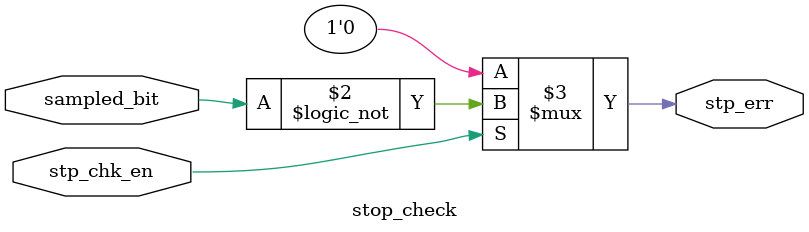
<source format=v>
module stop_check (
  input wire stp_chk_en,
  input wire sampled_bit,
  output wire stp_err 
  

);
    

assign stp_err = stp_chk_en ? !(sampled_bit == 1'b1) :1'b0;






endmodule
</source>
